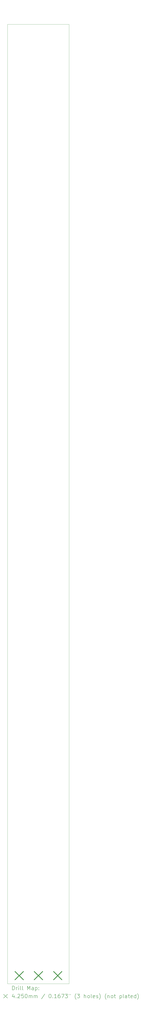
<source format=gbr>
%TF.GenerationSoftware,KiCad,Pcbnew,7.0.8*%
%TF.CreationDate,2023-10-15T20:14:32+02:00*%
%TF.ProjectId,led-tube-extensionboard,6c65642d-7475-4626-952d-657874656e73,rev?*%
%TF.SameCoordinates,Original*%
%TF.FileFunction,Drillmap*%
%TF.FilePolarity,Positive*%
%FSLAX45Y45*%
G04 Gerber Fmt 4.5, Leading zero omitted, Abs format (unit mm)*
G04 Created by KiCad (PCBNEW 7.0.8) date 2023-10-15 20:14:32*
%MOMM*%
%LPD*%
G01*
G04 APERTURE LIST*
%ADD10C,0.100000*%
%ADD11C,0.200000*%
%ADD12C,0.424998*%
G04 APERTURE END LIST*
D10*
X60000000Y-5200000D02*
X63200000Y-5200000D01*
X63200000Y-55000000D01*
X60000000Y-55000000D01*
X60000000Y-5200000D01*
D11*
D12*
X60391215Y-54362364D02*
X60816213Y-54787362D01*
X60816213Y-54362364D02*
X60391215Y-54787362D01*
X61391215Y-54362364D02*
X61816213Y-54787362D01*
X61816213Y-54362364D02*
X61391215Y-54787362D01*
X62391215Y-54362364D02*
X62816213Y-54787362D01*
X62816213Y-54362364D02*
X62391215Y-54787362D01*
D11*
X60255777Y-55316484D02*
X60255777Y-55116484D01*
X60255777Y-55116484D02*
X60303396Y-55116484D01*
X60303396Y-55116484D02*
X60331967Y-55126008D01*
X60331967Y-55126008D02*
X60351015Y-55145055D01*
X60351015Y-55145055D02*
X60360539Y-55164103D01*
X60360539Y-55164103D02*
X60370062Y-55202198D01*
X60370062Y-55202198D02*
X60370062Y-55230769D01*
X60370062Y-55230769D02*
X60360539Y-55268865D01*
X60360539Y-55268865D02*
X60351015Y-55287912D01*
X60351015Y-55287912D02*
X60331967Y-55306960D01*
X60331967Y-55306960D02*
X60303396Y-55316484D01*
X60303396Y-55316484D02*
X60255777Y-55316484D01*
X60455777Y-55316484D02*
X60455777Y-55183150D01*
X60455777Y-55221246D02*
X60465301Y-55202198D01*
X60465301Y-55202198D02*
X60474824Y-55192674D01*
X60474824Y-55192674D02*
X60493872Y-55183150D01*
X60493872Y-55183150D02*
X60512920Y-55183150D01*
X60579586Y-55316484D02*
X60579586Y-55183150D01*
X60579586Y-55116484D02*
X60570062Y-55126008D01*
X60570062Y-55126008D02*
X60579586Y-55135531D01*
X60579586Y-55135531D02*
X60589110Y-55126008D01*
X60589110Y-55126008D02*
X60579586Y-55116484D01*
X60579586Y-55116484D02*
X60579586Y-55135531D01*
X60703396Y-55316484D02*
X60684348Y-55306960D01*
X60684348Y-55306960D02*
X60674824Y-55287912D01*
X60674824Y-55287912D02*
X60674824Y-55116484D01*
X60808158Y-55316484D02*
X60789110Y-55306960D01*
X60789110Y-55306960D02*
X60779586Y-55287912D01*
X60779586Y-55287912D02*
X60779586Y-55116484D01*
X61036729Y-55316484D02*
X61036729Y-55116484D01*
X61036729Y-55116484D02*
X61103396Y-55259341D01*
X61103396Y-55259341D02*
X61170062Y-55116484D01*
X61170062Y-55116484D02*
X61170062Y-55316484D01*
X61351015Y-55316484D02*
X61351015Y-55211722D01*
X61351015Y-55211722D02*
X61341491Y-55192674D01*
X61341491Y-55192674D02*
X61322443Y-55183150D01*
X61322443Y-55183150D02*
X61284348Y-55183150D01*
X61284348Y-55183150D02*
X61265301Y-55192674D01*
X61351015Y-55306960D02*
X61331967Y-55316484D01*
X61331967Y-55316484D02*
X61284348Y-55316484D01*
X61284348Y-55316484D02*
X61265301Y-55306960D01*
X61265301Y-55306960D02*
X61255777Y-55287912D01*
X61255777Y-55287912D02*
X61255777Y-55268865D01*
X61255777Y-55268865D02*
X61265301Y-55249817D01*
X61265301Y-55249817D02*
X61284348Y-55240293D01*
X61284348Y-55240293D02*
X61331967Y-55240293D01*
X61331967Y-55240293D02*
X61351015Y-55230769D01*
X61446253Y-55183150D02*
X61446253Y-55383150D01*
X61446253Y-55192674D02*
X61465301Y-55183150D01*
X61465301Y-55183150D02*
X61503396Y-55183150D01*
X61503396Y-55183150D02*
X61522443Y-55192674D01*
X61522443Y-55192674D02*
X61531967Y-55202198D01*
X61531967Y-55202198D02*
X61541491Y-55221246D01*
X61541491Y-55221246D02*
X61541491Y-55278388D01*
X61541491Y-55278388D02*
X61531967Y-55297436D01*
X61531967Y-55297436D02*
X61522443Y-55306960D01*
X61522443Y-55306960D02*
X61503396Y-55316484D01*
X61503396Y-55316484D02*
X61465301Y-55316484D01*
X61465301Y-55316484D02*
X61446253Y-55306960D01*
X61627205Y-55297436D02*
X61636729Y-55306960D01*
X61636729Y-55306960D02*
X61627205Y-55316484D01*
X61627205Y-55316484D02*
X61617682Y-55306960D01*
X61617682Y-55306960D02*
X61627205Y-55297436D01*
X61627205Y-55297436D02*
X61627205Y-55316484D01*
X61627205Y-55192674D02*
X61636729Y-55202198D01*
X61636729Y-55202198D02*
X61627205Y-55211722D01*
X61627205Y-55211722D02*
X61617682Y-55202198D01*
X61617682Y-55202198D02*
X61627205Y-55192674D01*
X61627205Y-55192674D02*
X61627205Y-55211722D01*
X59795000Y-55545000D02*
X59995000Y-55745000D01*
X59995000Y-55545000D02*
X59795000Y-55745000D01*
X60341491Y-55603150D02*
X60341491Y-55736484D01*
X60293872Y-55526960D02*
X60246253Y-55669817D01*
X60246253Y-55669817D02*
X60370062Y-55669817D01*
X60446253Y-55717436D02*
X60455777Y-55726960D01*
X60455777Y-55726960D02*
X60446253Y-55736484D01*
X60446253Y-55736484D02*
X60436729Y-55726960D01*
X60436729Y-55726960D02*
X60446253Y-55717436D01*
X60446253Y-55717436D02*
X60446253Y-55736484D01*
X60531967Y-55555531D02*
X60541491Y-55546008D01*
X60541491Y-55546008D02*
X60560539Y-55536484D01*
X60560539Y-55536484D02*
X60608158Y-55536484D01*
X60608158Y-55536484D02*
X60627205Y-55546008D01*
X60627205Y-55546008D02*
X60636729Y-55555531D01*
X60636729Y-55555531D02*
X60646253Y-55574579D01*
X60646253Y-55574579D02*
X60646253Y-55593627D01*
X60646253Y-55593627D02*
X60636729Y-55622198D01*
X60636729Y-55622198D02*
X60522443Y-55736484D01*
X60522443Y-55736484D02*
X60646253Y-55736484D01*
X60827205Y-55536484D02*
X60731967Y-55536484D01*
X60731967Y-55536484D02*
X60722443Y-55631722D01*
X60722443Y-55631722D02*
X60731967Y-55622198D01*
X60731967Y-55622198D02*
X60751015Y-55612674D01*
X60751015Y-55612674D02*
X60798634Y-55612674D01*
X60798634Y-55612674D02*
X60817682Y-55622198D01*
X60817682Y-55622198D02*
X60827205Y-55631722D01*
X60827205Y-55631722D02*
X60836729Y-55650769D01*
X60836729Y-55650769D02*
X60836729Y-55698388D01*
X60836729Y-55698388D02*
X60827205Y-55717436D01*
X60827205Y-55717436D02*
X60817682Y-55726960D01*
X60817682Y-55726960D02*
X60798634Y-55736484D01*
X60798634Y-55736484D02*
X60751015Y-55736484D01*
X60751015Y-55736484D02*
X60731967Y-55726960D01*
X60731967Y-55726960D02*
X60722443Y-55717436D01*
X60960539Y-55536484D02*
X60979586Y-55536484D01*
X60979586Y-55536484D02*
X60998634Y-55546008D01*
X60998634Y-55546008D02*
X61008158Y-55555531D01*
X61008158Y-55555531D02*
X61017682Y-55574579D01*
X61017682Y-55574579D02*
X61027205Y-55612674D01*
X61027205Y-55612674D02*
X61027205Y-55660293D01*
X61027205Y-55660293D02*
X61017682Y-55698388D01*
X61017682Y-55698388D02*
X61008158Y-55717436D01*
X61008158Y-55717436D02*
X60998634Y-55726960D01*
X60998634Y-55726960D02*
X60979586Y-55736484D01*
X60979586Y-55736484D02*
X60960539Y-55736484D01*
X60960539Y-55736484D02*
X60941491Y-55726960D01*
X60941491Y-55726960D02*
X60931967Y-55717436D01*
X60931967Y-55717436D02*
X60922443Y-55698388D01*
X60922443Y-55698388D02*
X60912920Y-55660293D01*
X60912920Y-55660293D02*
X60912920Y-55612674D01*
X60912920Y-55612674D02*
X60922443Y-55574579D01*
X60922443Y-55574579D02*
X60931967Y-55555531D01*
X60931967Y-55555531D02*
X60941491Y-55546008D01*
X60941491Y-55546008D02*
X60960539Y-55536484D01*
X61112920Y-55736484D02*
X61112920Y-55603150D01*
X61112920Y-55622198D02*
X61122443Y-55612674D01*
X61122443Y-55612674D02*
X61141491Y-55603150D01*
X61141491Y-55603150D02*
X61170063Y-55603150D01*
X61170063Y-55603150D02*
X61189110Y-55612674D01*
X61189110Y-55612674D02*
X61198634Y-55631722D01*
X61198634Y-55631722D02*
X61198634Y-55736484D01*
X61198634Y-55631722D02*
X61208158Y-55612674D01*
X61208158Y-55612674D02*
X61227205Y-55603150D01*
X61227205Y-55603150D02*
X61255777Y-55603150D01*
X61255777Y-55603150D02*
X61274824Y-55612674D01*
X61274824Y-55612674D02*
X61284348Y-55631722D01*
X61284348Y-55631722D02*
X61284348Y-55736484D01*
X61379586Y-55736484D02*
X61379586Y-55603150D01*
X61379586Y-55622198D02*
X61389110Y-55612674D01*
X61389110Y-55612674D02*
X61408158Y-55603150D01*
X61408158Y-55603150D02*
X61436729Y-55603150D01*
X61436729Y-55603150D02*
X61455777Y-55612674D01*
X61455777Y-55612674D02*
X61465301Y-55631722D01*
X61465301Y-55631722D02*
X61465301Y-55736484D01*
X61465301Y-55631722D02*
X61474824Y-55612674D01*
X61474824Y-55612674D02*
X61493872Y-55603150D01*
X61493872Y-55603150D02*
X61522443Y-55603150D01*
X61522443Y-55603150D02*
X61541491Y-55612674D01*
X61541491Y-55612674D02*
X61551015Y-55631722D01*
X61551015Y-55631722D02*
X61551015Y-55736484D01*
X61941491Y-55526960D02*
X61770063Y-55784103D01*
X62198634Y-55536484D02*
X62217682Y-55536484D01*
X62217682Y-55536484D02*
X62236729Y-55546008D01*
X62236729Y-55546008D02*
X62246253Y-55555531D01*
X62246253Y-55555531D02*
X62255777Y-55574579D01*
X62255777Y-55574579D02*
X62265301Y-55612674D01*
X62265301Y-55612674D02*
X62265301Y-55660293D01*
X62265301Y-55660293D02*
X62255777Y-55698388D01*
X62255777Y-55698388D02*
X62246253Y-55717436D01*
X62246253Y-55717436D02*
X62236729Y-55726960D01*
X62236729Y-55726960D02*
X62217682Y-55736484D01*
X62217682Y-55736484D02*
X62198634Y-55736484D01*
X62198634Y-55736484D02*
X62179586Y-55726960D01*
X62179586Y-55726960D02*
X62170063Y-55717436D01*
X62170063Y-55717436D02*
X62160539Y-55698388D01*
X62160539Y-55698388D02*
X62151015Y-55660293D01*
X62151015Y-55660293D02*
X62151015Y-55612674D01*
X62151015Y-55612674D02*
X62160539Y-55574579D01*
X62160539Y-55574579D02*
X62170063Y-55555531D01*
X62170063Y-55555531D02*
X62179586Y-55546008D01*
X62179586Y-55546008D02*
X62198634Y-55536484D01*
X62351015Y-55717436D02*
X62360539Y-55726960D01*
X62360539Y-55726960D02*
X62351015Y-55736484D01*
X62351015Y-55736484D02*
X62341491Y-55726960D01*
X62341491Y-55726960D02*
X62351015Y-55717436D01*
X62351015Y-55717436D02*
X62351015Y-55736484D01*
X62551015Y-55736484D02*
X62436729Y-55736484D01*
X62493872Y-55736484D02*
X62493872Y-55536484D01*
X62493872Y-55536484D02*
X62474825Y-55565055D01*
X62474825Y-55565055D02*
X62455777Y-55584103D01*
X62455777Y-55584103D02*
X62436729Y-55593627D01*
X62722444Y-55536484D02*
X62684348Y-55536484D01*
X62684348Y-55536484D02*
X62665301Y-55546008D01*
X62665301Y-55546008D02*
X62655777Y-55555531D01*
X62655777Y-55555531D02*
X62636729Y-55584103D01*
X62636729Y-55584103D02*
X62627206Y-55622198D01*
X62627206Y-55622198D02*
X62627206Y-55698388D01*
X62627206Y-55698388D02*
X62636729Y-55717436D01*
X62636729Y-55717436D02*
X62646253Y-55726960D01*
X62646253Y-55726960D02*
X62665301Y-55736484D01*
X62665301Y-55736484D02*
X62703396Y-55736484D01*
X62703396Y-55736484D02*
X62722444Y-55726960D01*
X62722444Y-55726960D02*
X62731967Y-55717436D01*
X62731967Y-55717436D02*
X62741491Y-55698388D01*
X62741491Y-55698388D02*
X62741491Y-55650769D01*
X62741491Y-55650769D02*
X62731967Y-55631722D01*
X62731967Y-55631722D02*
X62722444Y-55622198D01*
X62722444Y-55622198D02*
X62703396Y-55612674D01*
X62703396Y-55612674D02*
X62665301Y-55612674D01*
X62665301Y-55612674D02*
X62646253Y-55622198D01*
X62646253Y-55622198D02*
X62636729Y-55631722D01*
X62636729Y-55631722D02*
X62627206Y-55650769D01*
X62808158Y-55536484D02*
X62941491Y-55536484D01*
X62941491Y-55536484D02*
X62855777Y-55736484D01*
X62998634Y-55536484D02*
X63122444Y-55536484D01*
X63122444Y-55536484D02*
X63055777Y-55612674D01*
X63055777Y-55612674D02*
X63084348Y-55612674D01*
X63084348Y-55612674D02*
X63103396Y-55622198D01*
X63103396Y-55622198D02*
X63112920Y-55631722D01*
X63112920Y-55631722D02*
X63122444Y-55650769D01*
X63122444Y-55650769D02*
X63122444Y-55698388D01*
X63122444Y-55698388D02*
X63112920Y-55717436D01*
X63112920Y-55717436D02*
X63103396Y-55726960D01*
X63103396Y-55726960D02*
X63084348Y-55736484D01*
X63084348Y-55736484D02*
X63027206Y-55736484D01*
X63027206Y-55736484D02*
X63008158Y-55726960D01*
X63008158Y-55726960D02*
X62998634Y-55717436D01*
X63198634Y-55536484D02*
X63198634Y-55574579D01*
X63274825Y-55536484D02*
X63274825Y-55574579D01*
X63570063Y-55812674D02*
X63560539Y-55803150D01*
X63560539Y-55803150D02*
X63541491Y-55774579D01*
X63541491Y-55774579D02*
X63531968Y-55755531D01*
X63531968Y-55755531D02*
X63522444Y-55726960D01*
X63522444Y-55726960D02*
X63512920Y-55679341D01*
X63512920Y-55679341D02*
X63512920Y-55641246D01*
X63512920Y-55641246D02*
X63522444Y-55593627D01*
X63522444Y-55593627D02*
X63531968Y-55565055D01*
X63531968Y-55565055D02*
X63541491Y-55546008D01*
X63541491Y-55546008D02*
X63560539Y-55517436D01*
X63560539Y-55517436D02*
X63570063Y-55507912D01*
X63627206Y-55536484D02*
X63751015Y-55536484D01*
X63751015Y-55536484D02*
X63684348Y-55612674D01*
X63684348Y-55612674D02*
X63712920Y-55612674D01*
X63712920Y-55612674D02*
X63731968Y-55622198D01*
X63731968Y-55622198D02*
X63741491Y-55631722D01*
X63741491Y-55631722D02*
X63751015Y-55650769D01*
X63751015Y-55650769D02*
X63751015Y-55698388D01*
X63751015Y-55698388D02*
X63741491Y-55717436D01*
X63741491Y-55717436D02*
X63731968Y-55726960D01*
X63731968Y-55726960D02*
X63712920Y-55736484D01*
X63712920Y-55736484D02*
X63655777Y-55736484D01*
X63655777Y-55736484D02*
X63636729Y-55726960D01*
X63636729Y-55726960D02*
X63627206Y-55717436D01*
X63989110Y-55736484D02*
X63989110Y-55536484D01*
X64074825Y-55736484D02*
X64074825Y-55631722D01*
X64074825Y-55631722D02*
X64065301Y-55612674D01*
X64065301Y-55612674D02*
X64046253Y-55603150D01*
X64046253Y-55603150D02*
X64017682Y-55603150D01*
X64017682Y-55603150D02*
X63998634Y-55612674D01*
X63998634Y-55612674D02*
X63989110Y-55622198D01*
X64198634Y-55736484D02*
X64179587Y-55726960D01*
X64179587Y-55726960D02*
X64170063Y-55717436D01*
X64170063Y-55717436D02*
X64160539Y-55698388D01*
X64160539Y-55698388D02*
X64160539Y-55641246D01*
X64160539Y-55641246D02*
X64170063Y-55622198D01*
X64170063Y-55622198D02*
X64179587Y-55612674D01*
X64179587Y-55612674D02*
X64198634Y-55603150D01*
X64198634Y-55603150D02*
X64227206Y-55603150D01*
X64227206Y-55603150D02*
X64246253Y-55612674D01*
X64246253Y-55612674D02*
X64255777Y-55622198D01*
X64255777Y-55622198D02*
X64265301Y-55641246D01*
X64265301Y-55641246D02*
X64265301Y-55698388D01*
X64265301Y-55698388D02*
X64255777Y-55717436D01*
X64255777Y-55717436D02*
X64246253Y-55726960D01*
X64246253Y-55726960D02*
X64227206Y-55736484D01*
X64227206Y-55736484D02*
X64198634Y-55736484D01*
X64379587Y-55736484D02*
X64360539Y-55726960D01*
X64360539Y-55726960D02*
X64351015Y-55707912D01*
X64351015Y-55707912D02*
X64351015Y-55536484D01*
X64531968Y-55726960D02*
X64512920Y-55736484D01*
X64512920Y-55736484D02*
X64474825Y-55736484D01*
X64474825Y-55736484D02*
X64455777Y-55726960D01*
X64455777Y-55726960D02*
X64446253Y-55707912D01*
X64446253Y-55707912D02*
X64446253Y-55631722D01*
X64446253Y-55631722D02*
X64455777Y-55612674D01*
X64455777Y-55612674D02*
X64474825Y-55603150D01*
X64474825Y-55603150D02*
X64512920Y-55603150D01*
X64512920Y-55603150D02*
X64531968Y-55612674D01*
X64531968Y-55612674D02*
X64541491Y-55631722D01*
X64541491Y-55631722D02*
X64541491Y-55650769D01*
X64541491Y-55650769D02*
X64446253Y-55669817D01*
X64617682Y-55726960D02*
X64636730Y-55736484D01*
X64636730Y-55736484D02*
X64674825Y-55736484D01*
X64674825Y-55736484D02*
X64693872Y-55726960D01*
X64693872Y-55726960D02*
X64703396Y-55707912D01*
X64703396Y-55707912D02*
X64703396Y-55698388D01*
X64703396Y-55698388D02*
X64693872Y-55679341D01*
X64693872Y-55679341D02*
X64674825Y-55669817D01*
X64674825Y-55669817D02*
X64646253Y-55669817D01*
X64646253Y-55669817D02*
X64627206Y-55660293D01*
X64627206Y-55660293D02*
X64617682Y-55641246D01*
X64617682Y-55641246D02*
X64617682Y-55631722D01*
X64617682Y-55631722D02*
X64627206Y-55612674D01*
X64627206Y-55612674D02*
X64646253Y-55603150D01*
X64646253Y-55603150D02*
X64674825Y-55603150D01*
X64674825Y-55603150D02*
X64693872Y-55612674D01*
X64770063Y-55812674D02*
X64779587Y-55803150D01*
X64779587Y-55803150D02*
X64798634Y-55774579D01*
X64798634Y-55774579D02*
X64808158Y-55755531D01*
X64808158Y-55755531D02*
X64817682Y-55726960D01*
X64817682Y-55726960D02*
X64827206Y-55679341D01*
X64827206Y-55679341D02*
X64827206Y-55641246D01*
X64827206Y-55641246D02*
X64817682Y-55593627D01*
X64817682Y-55593627D02*
X64808158Y-55565055D01*
X64808158Y-55565055D02*
X64798634Y-55546008D01*
X64798634Y-55546008D02*
X64779587Y-55517436D01*
X64779587Y-55517436D02*
X64770063Y-55507912D01*
X65131968Y-55812674D02*
X65122444Y-55803150D01*
X65122444Y-55803150D02*
X65103396Y-55774579D01*
X65103396Y-55774579D02*
X65093872Y-55755531D01*
X65093872Y-55755531D02*
X65084349Y-55726960D01*
X65084349Y-55726960D02*
X65074825Y-55679341D01*
X65074825Y-55679341D02*
X65074825Y-55641246D01*
X65074825Y-55641246D02*
X65084349Y-55593627D01*
X65084349Y-55593627D02*
X65093872Y-55565055D01*
X65093872Y-55565055D02*
X65103396Y-55546008D01*
X65103396Y-55546008D02*
X65122444Y-55517436D01*
X65122444Y-55517436D02*
X65131968Y-55507912D01*
X65208158Y-55603150D02*
X65208158Y-55736484D01*
X65208158Y-55622198D02*
X65217682Y-55612674D01*
X65217682Y-55612674D02*
X65236730Y-55603150D01*
X65236730Y-55603150D02*
X65265301Y-55603150D01*
X65265301Y-55603150D02*
X65284349Y-55612674D01*
X65284349Y-55612674D02*
X65293872Y-55631722D01*
X65293872Y-55631722D02*
X65293872Y-55736484D01*
X65417682Y-55736484D02*
X65398634Y-55726960D01*
X65398634Y-55726960D02*
X65389111Y-55717436D01*
X65389111Y-55717436D02*
X65379587Y-55698388D01*
X65379587Y-55698388D02*
X65379587Y-55641246D01*
X65379587Y-55641246D02*
X65389111Y-55622198D01*
X65389111Y-55622198D02*
X65398634Y-55612674D01*
X65398634Y-55612674D02*
X65417682Y-55603150D01*
X65417682Y-55603150D02*
X65446253Y-55603150D01*
X65446253Y-55603150D02*
X65465301Y-55612674D01*
X65465301Y-55612674D02*
X65474825Y-55622198D01*
X65474825Y-55622198D02*
X65484349Y-55641246D01*
X65484349Y-55641246D02*
X65484349Y-55698388D01*
X65484349Y-55698388D02*
X65474825Y-55717436D01*
X65474825Y-55717436D02*
X65465301Y-55726960D01*
X65465301Y-55726960D02*
X65446253Y-55736484D01*
X65446253Y-55736484D02*
X65417682Y-55736484D01*
X65541492Y-55603150D02*
X65617682Y-55603150D01*
X65570063Y-55536484D02*
X65570063Y-55707912D01*
X65570063Y-55707912D02*
X65579587Y-55726960D01*
X65579587Y-55726960D02*
X65598634Y-55736484D01*
X65598634Y-55736484D02*
X65617682Y-55736484D01*
X65836730Y-55603150D02*
X65836730Y-55803150D01*
X65836730Y-55612674D02*
X65855777Y-55603150D01*
X65855777Y-55603150D02*
X65893873Y-55603150D01*
X65893873Y-55603150D02*
X65912920Y-55612674D01*
X65912920Y-55612674D02*
X65922444Y-55622198D01*
X65922444Y-55622198D02*
X65931968Y-55641246D01*
X65931968Y-55641246D02*
X65931968Y-55698388D01*
X65931968Y-55698388D02*
X65922444Y-55717436D01*
X65922444Y-55717436D02*
X65912920Y-55726960D01*
X65912920Y-55726960D02*
X65893873Y-55736484D01*
X65893873Y-55736484D02*
X65855777Y-55736484D01*
X65855777Y-55736484D02*
X65836730Y-55726960D01*
X66046253Y-55736484D02*
X66027206Y-55726960D01*
X66027206Y-55726960D02*
X66017682Y-55707912D01*
X66017682Y-55707912D02*
X66017682Y-55536484D01*
X66208158Y-55736484D02*
X66208158Y-55631722D01*
X66208158Y-55631722D02*
X66198634Y-55612674D01*
X66198634Y-55612674D02*
X66179587Y-55603150D01*
X66179587Y-55603150D02*
X66141492Y-55603150D01*
X66141492Y-55603150D02*
X66122444Y-55612674D01*
X66208158Y-55726960D02*
X66189111Y-55736484D01*
X66189111Y-55736484D02*
X66141492Y-55736484D01*
X66141492Y-55736484D02*
X66122444Y-55726960D01*
X66122444Y-55726960D02*
X66112920Y-55707912D01*
X66112920Y-55707912D02*
X66112920Y-55688865D01*
X66112920Y-55688865D02*
X66122444Y-55669817D01*
X66122444Y-55669817D02*
X66141492Y-55660293D01*
X66141492Y-55660293D02*
X66189111Y-55660293D01*
X66189111Y-55660293D02*
X66208158Y-55650769D01*
X66274825Y-55603150D02*
X66351015Y-55603150D01*
X66303396Y-55536484D02*
X66303396Y-55707912D01*
X66303396Y-55707912D02*
X66312920Y-55726960D01*
X66312920Y-55726960D02*
X66331968Y-55736484D01*
X66331968Y-55736484D02*
X66351015Y-55736484D01*
X66493873Y-55726960D02*
X66474825Y-55736484D01*
X66474825Y-55736484D02*
X66436730Y-55736484D01*
X66436730Y-55736484D02*
X66417682Y-55726960D01*
X66417682Y-55726960D02*
X66408158Y-55707912D01*
X66408158Y-55707912D02*
X66408158Y-55631722D01*
X66408158Y-55631722D02*
X66417682Y-55612674D01*
X66417682Y-55612674D02*
X66436730Y-55603150D01*
X66436730Y-55603150D02*
X66474825Y-55603150D01*
X66474825Y-55603150D02*
X66493873Y-55612674D01*
X66493873Y-55612674D02*
X66503396Y-55631722D01*
X66503396Y-55631722D02*
X66503396Y-55650769D01*
X66503396Y-55650769D02*
X66408158Y-55669817D01*
X66674825Y-55736484D02*
X66674825Y-55536484D01*
X66674825Y-55726960D02*
X66655777Y-55736484D01*
X66655777Y-55736484D02*
X66617682Y-55736484D01*
X66617682Y-55736484D02*
X66598634Y-55726960D01*
X66598634Y-55726960D02*
X66589111Y-55717436D01*
X66589111Y-55717436D02*
X66579587Y-55698388D01*
X66579587Y-55698388D02*
X66579587Y-55641246D01*
X66579587Y-55641246D02*
X66589111Y-55622198D01*
X66589111Y-55622198D02*
X66598634Y-55612674D01*
X66598634Y-55612674D02*
X66617682Y-55603150D01*
X66617682Y-55603150D02*
X66655777Y-55603150D01*
X66655777Y-55603150D02*
X66674825Y-55612674D01*
X66751015Y-55812674D02*
X66760539Y-55803150D01*
X66760539Y-55803150D02*
X66779587Y-55774579D01*
X66779587Y-55774579D02*
X66789111Y-55755531D01*
X66789111Y-55755531D02*
X66798634Y-55726960D01*
X66798634Y-55726960D02*
X66808158Y-55679341D01*
X66808158Y-55679341D02*
X66808158Y-55641246D01*
X66808158Y-55641246D02*
X66798634Y-55593627D01*
X66798634Y-55593627D02*
X66789111Y-55565055D01*
X66789111Y-55565055D02*
X66779587Y-55546008D01*
X66779587Y-55546008D02*
X66760539Y-55517436D01*
X66760539Y-55517436D02*
X66751015Y-55507912D01*
M02*

</source>
